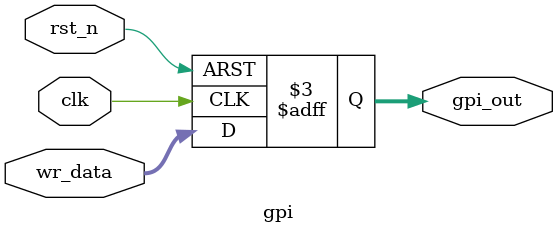
<source format=v>


module gpi (
    input wire clk,
    input wire rst_n,
    input wire [31:0] wr_data,
    output reg [31:0] gpi_out
);

    always @(posedge clk or negedge rst_n) begin
        if (!rst_n) begin
	        gpi_out <= 32'b00000000;
        end else begin
	        gpi_out <= wr_data;
        end
    end

endmodule

</source>
